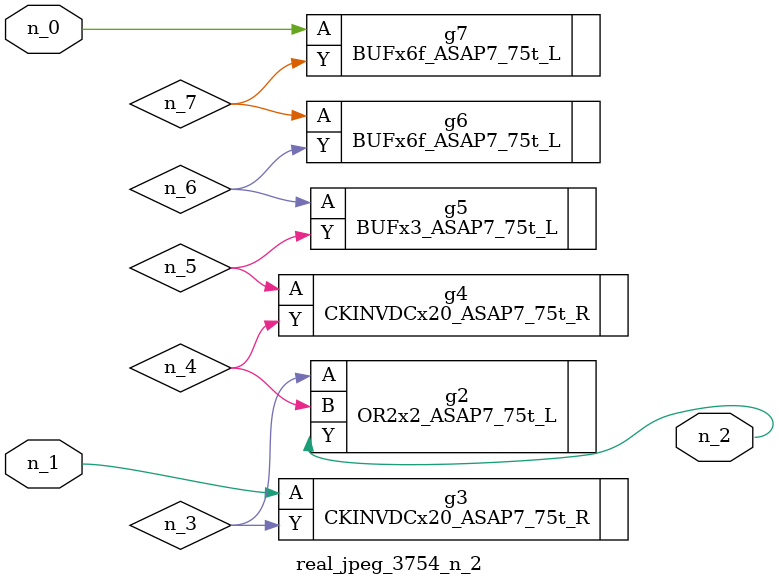
<source format=v>
module real_jpeg_3754_n_2 (n_1, n_0, n_2);

input n_1;
input n_0;

output n_2;

wire n_5;
wire n_4;
wire n_6;
wire n_7;
wire n_3;

BUFx6f_ASAP7_75t_L g7 ( 
.A(n_0),
.Y(n_7)
);

CKINVDCx20_ASAP7_75t_R g3 ( 
.A(n_1),
.Y(n_3)
);

OR2x2_ASAP7_75t_L g2 ( 
.A(n_3),
.B(n_4),
.Y(n_2)
);

CKINVDCx20_ASAP7_75t_R g4 ( 
.A(n_5),
.Y(n_4)
);

BUFx3_ASAP7_75t_L g5 ( 
.A(n_6),
.Y(n_5)
);

BUFx6f_ASAP7_75t_L g6 ( 
.A(n_7),
.Y(n_6)
);


endmodule
</source>
